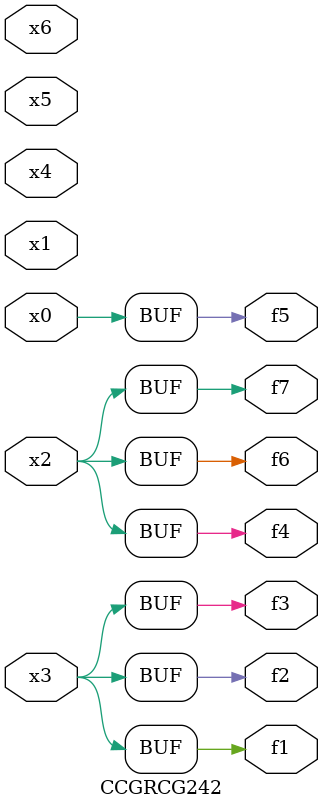
<source format=v>
module CCGRCG242(
	input x0, x1, x2, x3, x4, x5, x6,
	output f1, f2, f3, f4, f5, f6, f7
);
	assign f1 = x3;
	assign f2 = x3;
	assign f3 = x3;
	assign f4 = x2;
	assign f5 = x0;
	assign f6 = x2;
	assign f7 = x2;
endmodule

</source>
